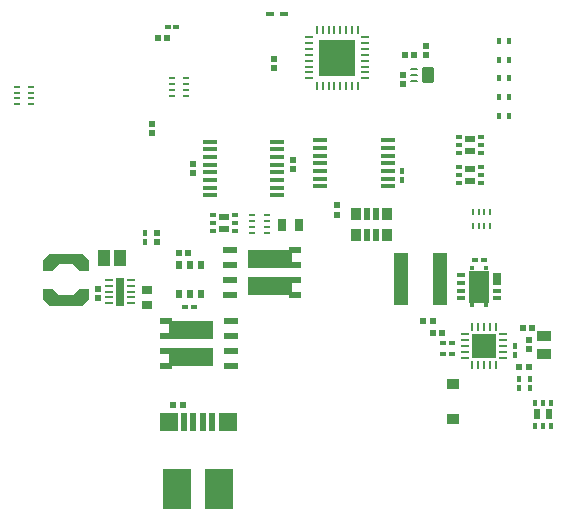
<source format=gbp>
G04*
G04 #@! TF.GenerationSoftware,Altium Limited,Altium Designer,18.0.9 (584)*
G04*
G04 Layer_Color=128*
%FSLAX25Y25*%
%MOIN*%
G70*
G01*
G75*
%ADD24O,0.04724X0.01575*%
%ADD26O,0.00984X0.02559*%
%ADD27R,0.03347X0.04134*%
%ADD28R,0.02362X0.04134*%
%ADD29R,0.04921X0.03347*%
%ADD32R,0.02756X0.01181*%
%ADD34R,0.03937X0.03543*%
%ADD37R,0.03543X0.03150*%
%ADD38R,0.02205X0.02047*%
%ADD39R,0.01772X0.01968*%
%ADD40R,0.02047X0.02205*%
%ADD42R,0.01968X0.01772*%
%ADD44O,0.02559X0.00984*%
G04:AMPARAMS|DCode=96|XSize=9.84mil|YSize=27.56mil|CornerRadius=2.46mil|HoleSize=0mil|Usage=FLASHONLY|Rotation=90.000|XOffset=0mil|YOffset=0mil|HoleType=Round|Shape=RoundedRectangle|*
%AMROUNDEDRECTD96*
21,1,0.00984,0.02264,0,0,90.0*
21,1,0.00492,0.02756,0,0,90.0*
1,1,0.00492,0.01132,0.00246*
1,1,0.00492,0.01132,-0.00246*
1,1,0.00492,-0.01132,-0.00246*
1,1,0.00492,-0.01132,0.00246*
%
%ADD96ROUNDEDRECTD96*%
G04:AMPARAMS|DCode=97|XSize=53.15mil|YSize=39.37mil|CornerRadius=3.94mil|HoleSize=0mil|Usage=FLASHONLY|Rotation=90.000|XOffset=0mil|YOffset=0mil|HoleType=Round|Shape=RoundedRectangle|*
%AMROUNDEDRECTD97*
21,1,0.05315,0.03150,0,0,90.0*
21,1,0.04528,0.03937,0,0,90.0*
1,1,0.00787,0.01575,0.02264*
1,1,0.00787,0.01575,-0.02264*
1,1,0.00787,-0.01575,-0.02264*
1,1,0.00787,-0.01575,0.02264*
%
%ADD97ROUNDEDRECTD97*%
%ADD98R,0.15000X0.06496*%
%ADD99R,0.04016X0.02402*%
%ADD100R,0.05000X0.02402*%
%ADD101O,0.03150X0.00984*%
%ADD102O,0.00984X0.03150*%
%ADD103R,0.12402X0.12402*%
%ADD104R,0.02520X0.09409*%
%ADD105R,0.02756X0.00984*%
%ADD106R,0.08071X0.08071*%
%ADD107R,0.05906X0.06299*%
%ADD108R,0.01968X0.06299*%
%ADD109R,0.09449X0.13701*%
%ADD110R,0.03150X0.04291*%
%ADD111R,0.07047X0.11024*%
%ADD112R,0.03150X0.01378*%
%ADD113R,0.01181X0.01575*%
%ADD114R,0.03543X0.02461*%
%ADD115R,0.02362X0.01181*%
%ADD116R,0.07874X0.02362*%
%ADD117R,0.03032X0.03858*%
%ADD118R,0.04646X0.17323*%
%ADD119R,0.01772X0.01968*%
%ADD120R,0.04331X0.05315*%
%ADD121R,0.02165X0.02953*%
%ADD122R,0.02461X0.03543*%
%ADD123R,0.01181X0.02362*%
G36*
X34429Y75827D02*
X32264Y73622D01*
X21280D01*
X19114Y75827D01*
Y79331D01*
X22165D01*
X24508Y77047D01*
X29035D01*
X31378Y79331D01*
X34429D01*
Y75827D01*
D02*
G37*
G36*
Y88740D02*
Y85236D01*
X31378D01*
X29035Y87520D01*
X24508D01*
X22165Y85236D01*
X19114D01*
Y88740D01*
X21280Y90945D01*
X32264D01*
X34429Y88740D01*
D02*
G37*
D24*
X97244Y128347D02*
D03*
Y125787D02*
D03*
Y123228D02*
D03*
Y120669D02*
D03*
Y118110D02*
D03*
Y115551D02*
D03*
Y112992D02*
D03*
Y110433D02*
D03*
X74803Y128347D02*
D03*
Y125787D02*
D03*
Y123228D02*
D03*
Y120669D02*
D03*
Y118110D02*
D03*
Y115551D02*
D03*
Y112992D02*
D03*
Y110433D02*
D03*
X134055Y128740D02*
D03*
Y126181D02*
D03*
Y123622D02*
D03*
Y121063D02*
D03*
Y118504D02*
D03*
Y115945D02*
D03*
Y113386D02*
D03*
X111614Y128740D02*
D03*
Y126181D02*
D03*
Y123622D02*
D03*
Y121063D02*
D03*
Y118504D02*
D03*
Y115945D02*
D03*
Y113386D02*
D03*
D26*
X168307Y100295D02*
D03*
X166339D02*
D03*
X164370D02*
D03*
X162402D02*
D03*
X168307Y105020D02*
D03*
X166339D02*
D03*
X164370D02*
D03*
X162402D02*
D03*
D27*
X123524Y104331D02*
D03*
X133957D02*
D03*
X123524Y97244D02*
D03*
X133957D02*
D03*
D28*
X127165Y104331D02*
D03*
X130315D02*
D03*
X127165Y97244D02*
D03*
X130315D02*
D03*
D29*
X186221Y57579D02*
D03*
Y63681D02*
D03*
D32*
X94882Y170866D02*
D03*
X99606D02*
D03*
D34*
X155905Y35827D02*
D03*
Y47638D02*
D03*
D37*
X53937Y73917D02*
D03*
Y78839D02*
D03*
D38*
X152323Y64665D02*
D03*
X149252D02*
D03*
X146004Y68405D02*
D03*
X149075D02*
D03*
X57520Y162992D02*
D03*
X60591D02*
D03*
X67677Y91339D02*
D03*
X64606D02*
D03*
X182343Y66339D02*
D03*
X179272D02*
D03*
X177992Y53150D02*
D03*
X181063D02*
D03*
X139803Y157087D02*
D03*
X142874D02*
D03*
X62638Y40551D02*
D03*
X65709D02*
D03*
D39*
X138779Y115551D02*
D03*
Y118504D02*
D03*
X176378Y57185D02*
D03*
Y60138D02*
D03*
X177953Y46161D02*
D03*
Y49114D02*
D03*
X181496D02*
D03*
Y46161D02*
D03*
X53150Y97933D02*
D03*
Y94980D02*
D03*
D40*
X55512Y131043D02*
D03*
Y134114D02*
D03*
X102461Y119232D02*
D03*
Y122303D02*
D03*
X117323Y107047D02*
D03*
Y103976D02*
D03*
X146850Y160197D02*
D03*
Y157126D02*
D03*
X37402Y76024D02*
D03*
Y79094D02*
D03*
X181102Y59095D02*
D03*
Y62165D02*
D03*
X139272Y150650D02*
D03*
Y147579D02*
D03*
X57087Y94921D02*
D03*
Y97992D02*
D03*
X96063Y155866D02*
D03*
Y152795D02*
D03*
X69291Y120925D02*
D03*
Y117854D02*
D03*
D42*
X60728Y166535D02*
D03*
X63681D02*
D03*
X69587Y73228D02*
D03*
X66634D02*
D03*
X152461Y61024D02*
D03*
X155413D02*
D03*
X152461Y57480D02*
D03*
X155413D02*
D03*
X166043Y88976D02*
D03*
X163091D02*
D03*
D44*
X10630Y140748D02*
D03*
Y142717D02*
D03*
Y144685D02*
D03*
Y146653D02*
D03*
X15354Y140748D02*
D03*
Y142717D02*
D03*
Y144685D02*
D03*
Y146653D02*
D03*
X93701Y103740D02*
D03*
Y101772D02*
D03*
Y99803D02*
D03*
Y97835D02*
D03*
X88976Y103740D02*
D03*
Y101772D02*
D03*
Y99803D02*
D03*
Y97835D02*
D03*
X66929Y149409D02*
D03*
Y147441D02*
D03*
Y145472D02*
D03*
Y143504D02*
D03*
X62205Y149409D02*
D03*
Y147441D02*
D03*
Y145472D02*
D03*
Y143504D02*
D03*
D96*
X142913Y150591D02*
D03*
Y148622D02*
D03*
Y152559D02*
D03*
D97*
X147441Y150591D02*
D03*
D98*
X94842Y89095D02*
D03*
Y80197D02*
D03*
X68543Y56575D02*
D03*
Y65472D02*
D03*
D99*
X103130Y92146D02*
D03*
Y87146D02*
D03*
Y82146D02*
D03*
Y77146D02*
D03*
X60256Y53524D02*
D03*
Y58524D02*
D03*
Y63524D02*
D03*
Y68524D02*
D03*
D100*
X81614Y82146D02*
D03*
Y77146D02*
D03*
Y87146D02*
D03*
Y92146D02*
D03*
X81772Y63524D02*
D03*
Y68524D02*
D03*
Y58524D02*
D03*
Y53524D02*
D03*
D101*
X107972Y149409D02*
D03*
Y151378D02*
D03*
Y153347D02*
D03*
Y155315D02*
D03*
Y157283D02*
D03*
Y159252D02*
D03*
Y161221D02*
D03*
Y163189D02*
D03*
X126673D02*
D03*
Y161221D02*
D03*
Y159252D02*
D03*
Y157283D02*
D03*
Y155315D02*
D03*
Y153347D02*
D03*
Y151378D02*
D03*
Y149409D02*
D03*
X172539Y64173D02*
D03*
Y62205D02*
D03*
Y60236D02*
D03*
Y58268D02*
D03*
Y56299D02*
D03*
X159744D02*
D03*
Y58268D02*
D03*
Y60236D02*
D03*
Y62205D02*
D03*
Y64173D02*
D03*
D102*
X110433Y165650D02*
D03*
X112402D02*
D03*
X114370D02*
D03*
X116339D02*
D03*
X118307D02*
D03*
X120276D02*
D03*
X122244D02*
D03*
X124213D02*
D03*
Y146949D02*
D03*
X122244D02*
D03*
X120276D02*
D03*
X118307D02*
D03*
X116339D02*
D03*
X114370D02*
D03*
X112402D02*
D03*
X110433D02*
D03*
X170079Y53839D02*
D03*
X168110D02*
D03*
X166142D02*
D03*
X164173D02*
D03*
X162205D02*
D03*
Y66634D02*
D03*
X164173D02*
D03*
X166142D02*
D03*
X168110D02*
D03*
X170079D02*
D03*
D103*
X117323Y156299D02*
D03*
D104*
X44882Y78347D02*
D03*
D105*
X41240Y82284D02*
D03*
Y80315D02*
D03*
Y78347D02*
D03*
Y76378D02*
D03*
Y74409D02*
D03*
X48524D02*
D03*
Y76378D02*
D03*
Y78347D02*
D03*
Y80315D02*
D03*
Y82284D02*
D03*
D106*
X166142Y60236D02*
D03*
D107*
X61024Y34843D02*
D03*
X80709D02*
D03*
D108*
X66142D02*
D03*
X69291D02*
D03*
X72441D02*
D03*
X75590D02*
D03*
D109*
X63858Y12520D02*
D03*
X77874D02*
D03*
D110*
X170453Y82638D02*
D03*
D111*
X164567Y79921D02*
D03*
D112*
X158681Y76083D02*
D03*
Y78642D02*
D03*
Y81201D02*
D03*
Y83760D02*
D03*
X170453Y76083D02*
D03*
Y78642D02*
D03*
D113*
X166890Y86122D02*
D03*
X162244D02*
D03*
Y73721D02*
D03*
X166890D02*
D03*
D114*
X161417Y129087D02*
D03*
Y125244D02*
D03*
Y119146D02*
D03*
Y115303D02*
D03*
X79528Y99260D02*
D03*
Y103102D02*
D03*
D115*
X157697Y124606D02*
D03*
Y127165D02*
D03*
Y129724D02*
D03*
X165138Y124606D02*
D03*
Y127165D02*
D03*
Y129724D02*
D03*
X157697Y114665D02*
D03*
Y117224D02*
D03*
Y119783D02*
D03*
X165138Y114665D02*
D03*
Y117224D02*
D03*
Y119783D02*
D03*
X83248Y103740D02*
D03*
Y101181D02*
D03*
Y98622D02*
D03*
X75807Y103740D02*
D03*
Y101181D02*
D03*
Y98622D02*
D03*
D116*
X26772Y89173D02*
D03*
Y75394D02*
D03*
D117*
X104390Y100394D02*
D03*
X98760D02*
D03*
D118*
X138384Y82677D02*
D03*
X151380D02*
D03*
D119*
X171161Y137008D02*
D03*
X174508D02*
D03*
X171161Y161811D02*
D03*
X174508D02*
D03*
X171161Y155610D02*
D03*
X174508D02*
D03*
X171161Y149409D02*
D03*
X174508D02*
D03*
X171161Y143209D02*
D03*
X174508D02*
D03*
D120*
X39370Y89370D02*
D03*
X44882D02*
D03*
D121*
X64370Y77362D02*
D03*
X68110D02*
D03*
X71850D02*
D03*
Y87205D02*
D03*
X68110D02*
D03*
X64370D02*
D03*
D122*
X187748Y37402D02*
D03*
X183905D02*
D03*
D123*
X183268Y41122D02*
D03*
X185827D02*
D03*
X188386D02*
D03*
X183268Y33681D02*
D03*
X185827D02*
D03*
X188386D02*
D03*
M02*

</source>
